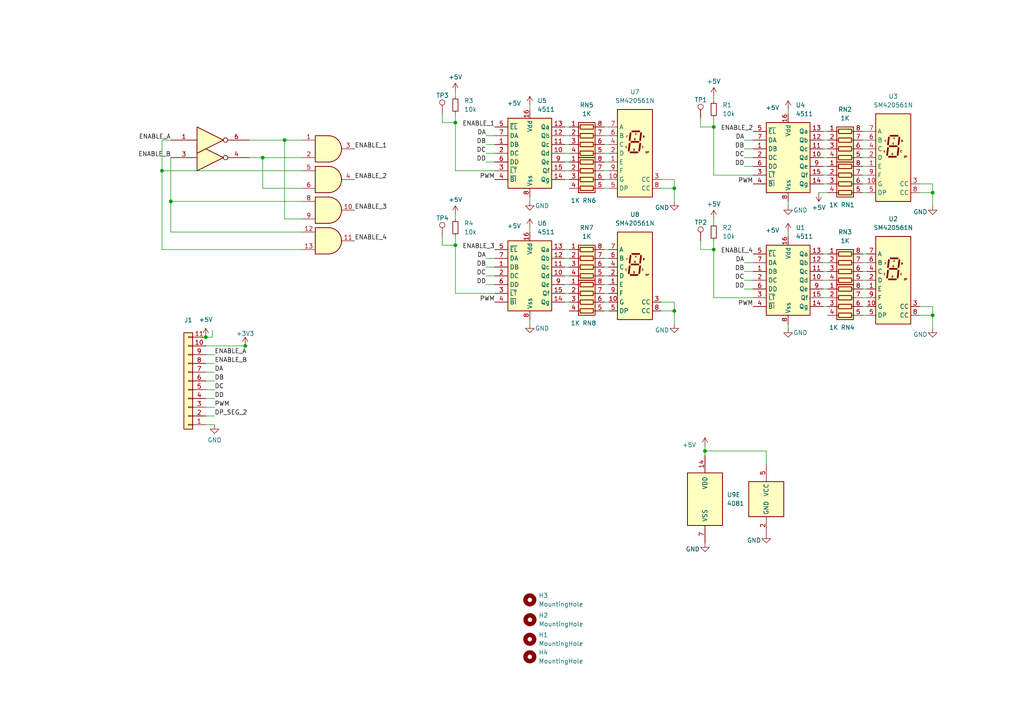
<source format=kicad_sch>
(kicad_sch (version 20231120) (generator "eeschema") (generator_version "7.99")
  (paper "A4")
  (lib_symbols
    (symbol "4xxx:4081" (pin_names (offset 1.016))
      (property "Reference" "U" (at 0 1.27 0))
      (property "Value" "4081" (at 0 -1.27 0))
      (symbol "4081_1_1"
        (arc (start 0 -3.81) (mid 3.7934 0) (end 0 3.81) (stroke (width 0.254)) (fill (type background)))
        (polyline (pts (xy 0 3.81) (xy -3.81 3.81) (xy -3.81 -3.81) (xy 0 -3.81)) (stroke (width 0.254)) (fill (type background)))
        (pin input line (at -7.62 2.54 0) (length 3.81) (name "~") (number "1"))
        (pin input line (at -7.62 -2.54 0) (length 3.81) (name "~") (number "2"))
        (pin output line (at 7.62 0 180) (length 3.81) (name "~") (number "3"))
      )
      (symbol "4081_1_2"
        (arc (start -3.81 -3.81) (mid -2.589 0) (end -3.81 3.81) (stroke (width 0.254)))
        (arc (start -0.6096 -3.81) (mid 2.1842 -2.5851) (end 3.81 0) (stroke (width 0.254)) (fill (type background)))
        (polyline (pts (xy -3.81 -3.81) (xy -0.635 -3.81)) (stroke (width 0.254)) (fill (type background)))
        (polyline (pts (xy -3.81 3.81) (xy -0.635 3.81)) (stroke (width 0.254)) (fill (type background)))
        (polyline (pts (xy -0.635 3.81) (xy -3.81 3.81) (xy -3.81 3.81) (xy -3.556 3.4036) (xy -3.0226 2.2606) (xy -2.6924 1.0414) (xy -2.6162 -0.254) (xy -2.7686 -1.4986) (xy -3.175 -2.7178) (xy -3.81 -3.81) (xy -3.81 -3.81) (xy -0.635 -3.81)) (stroke (width -25.4)) (fill (type background)))
        (arc (start 3.81 0) (mid 2.1915 2.5936) (end -0.6096 3.81) (stroke (width 0.254)) (fill (type background)))
        (pin input inverted (at -7.62 2.54 0) (length 4.318) (name "~") (number "1"))
        (pin input inverted (at -7.62 -2.54 0) (length 4.318) (name "~") (number "2"))
        (pin output inverted (at 7.62 0 180) (length 3.81) (name "~") (number "3"))
      )
      (symbol "4081_2_1"
        (arc (start 0 -3.81) (mid 3.7934 0) (end 0 3.81) (stroke (width 0.254)) (fill (type background)))
        (polyline (pts (xy 0 3.81) (xy -3.81 3.81) (xy -3.81 -3.81) (xy 0 -3.81)) (stroke (width 0.254)) (fill (type background)))
        (pin output line (at 7.62 0 180) (length 3.81) (name "~") (number "4"))
        (pin input line (at -7.62 2.54 0) (length 3.81) (name "~") (number "5"))
        (pin input line (at -7.62 -2.54 0) (length 3.81) (name "~") (number "6"))
      )
      (symbol "4081_2_2"
        (arc (start -3.81 -3.81) (mid -2.589 0) (end -3.81 3.81) (stroke (width 0.254)))
        (arc (start -0.6096 -3.81) (mid 2.1842 -2.5851) (end 3.81 0) (stroke (width 0.254)) (fill (type background)))
        (polyline (pts (xy -3.81 -3.81) (xy -0.635 -3.81)) (stroke (width 0.254)) (fill (type background)))
        (polyline (pts (xy -3.81 3.81) (xy -0.635 3.81)) (stroke (width 0.254)) (fill (type background)))
        (polyline (pts (xy -0.635 3.81) (xy -3.81 3.81) (xy -3.81 3.81) (xy -3.556 3.4036) (xy -3.0226 2.2606) (xy -2.6924 1.0414) (xy -2.6162 -0.254) (xy -2.7686 -1.4986) (xy -3.175 -2.7178) (xy -3.81 -3.81) (xy -3.81 -3.81) (xy -0.635 -3.81)) (stroke (width -25.4)) (fill (type background)))
        (arc (start 3.81 0) (mid 2.1915 2.5936) (end -0.6096 3.81) (stroke (width 0.254)) (fill (type background)))
        (pin output inverted (at 7.62 0 180) (length 3.81) (name "~") (number "4"))
        (pin input inverted (at -7.62 2.54 0) (length 4.318) (name "~") (number "5"))
        (pin input inverted (at -7.62 -2.54 0) (length 4.318) (name "~") (number "6"))
      )
      (symbol "4081_3_1"
        (arc (start 0 -3.81) (mid 3.7934 0) (end 0 3.81) (stroke (width 0.254)) (fill (type background)))
        (polyline (pts (xy 0 3.81) (xy -3.81 3.81) (xy -3.81 -3.81) (xy 0 -3.81)) (stroke (width 0.254)) (fill (type background)))
        (pin output line (at 7.62 0 180) (length 3.81) (name "~") (number "10"))
        (pin input line (at -7.62 2.54 0) (length 3.81) (name "~") (number "8"))
        (pin input line (at -7.62 -2.54 0) (length 3.81) (name "~") (number "9"))
      )
      (symbol "4081_3_2"
        (arc (start -3.81 -3.81) (mid -2.589 0) (end -3.81 3.81) (stroke (width 0.254)))
        (arc (start -0.6096 -3.81) (mid 2.1842 -2.5851) (end 3.81 0) (stroke (width 0.254)) (fill (type background)))
        (polyline (pts (xy -3.81 -3.81) (xy -0.635 -3.81)) (stroke (width 0.254)) (fill (type background)))
        (polyline (pts (xy -3.81 3.81) (xy -0.635 3.81)) (stroke (width 0.254)) (fill (type background)))
        (polyline (pts (xy -0.635 3.81) (xy -3.81 3.81) (xy -3.81 3.81) (xy -3.556 3.4036) (xy -3.0226 2.2606) (xy -2.6924 1.0414) (xy -2.6162 -0.254) (xy -2.7686 -1.4986) (xy -3.175 -2.7178) (xy -3.81 -3.81) (xy -3.81 -3.81) (xy -0.635 -3.81)) (stroke (width -25.4)) (fill (type background)))
        (arc (start 3.81 0) (mid 2.1915 2.5936) (end -0.6096 3.81) (stroke (width 0.254)) (fill (type background)))
        (pin output inverted (at 7.62 0 180) (length 3.81) (name "~") (number "10"))
        (pin input inverted (at -7.62 2.54 0) (length 4.318) (name "~") (number "8"))
        (pin input inverted (at -7.62 -2.54 0) (length 4.318) (name "~") (number "9"))
      )
      (symbol "4081_4_1"
        (arc (start 0 -3.81) (mid 3.7934 0) (end 0 3.81) (stroke (width 0.254)) (fill (type background)))
        (polyline (pts (xy 0 3.81) (xy -3.81 3.81) (xy -3.81 -3.81) (xy 0 -3.81)) (stroke (width 0.254)) (fill (type background)))
        (pin output line (at 7.62 0 180) (length 3.81) (name "~") (number "11"))
        (pin input line (at -7.62 2.54 0) (length 3.81) (name "~") (number "12"))
        (pin input line (at -7.62 -2.54 0) (length 3.81) (name "~") (number "13"))
      )
      (symbol "4081_4_2"
        (arc (start -3.81 -3.81) (mid -2.589 0) (end -3.81 3.81) (stroke (width 0.254)))
        (arc (start -0.6096 -3.81) (mid 2.1842 -2.5851) (end 3.81 0) (stroke (width 0.254)) (fill (type background)))
        (polyline (pts (xy -3.81 -3.81) (xy -0.635 -3.81)) (stroke (width 0.254)) (fill (type background)))
        (polyline (pts (xy -3.81 3.81) (xy -0.635 3.81)) (stroke (width 0.254)) (fill (type background)))
        (polyline (pts (xy -0.635 3.81) (xy -3.81 3.81) (xy -3.81 3.81) (xy -3.556 3.4036) (xy -3.0226 2.2606) (xy -2.6924 1.0414) (xy -2.6162 -0.254) (xy -2.7686 -1.4986) (xy -3.175 -2.7178) (xy -3.81 -3.81) (xy -3.81 -3.81) (xy -0.635 -3.81)) (stroke (width -25.4)) (fill (type background)))
        (arc (start 3.81 0) (mid 2.1915 2.5936) (end -0.6096 3.81) (stroke (width 0.254)) (fill (type background)))
        (pin output inverted (at 7.62 0 180) (length 3.81) (name "~") (number "11"))
        (pin input inverted (at -7.62 2.54 0) (length 4.318) (name "~") (number "12"))
        (pin input inverted (at -7.62 -2.54 0) (length 4.318) (name "~") (number "13"))
      )
      (symbol "4081_5_0"
        (pin power_in line (at 0 12.7 270) (length 5.08) (name "VDD") (number "14"))
        (pin power_in line (at 0 -12.7 90) (length 5.08) (name "VSS") (number "7"))
      )
      (symbol "4081_5_1"
        (rectangle (start -5.08 7.62) (end 5.08 -7.62) (stroke (width 0.254)) (fill (type background)))
      )
    )
    (symbol "4xxx_IEEE:4511"
      (property "Reference" "U" (at 8.89 11.43 0))
      (property "Value" "4511" (at 8.89 -11.43 0))
      (symbol "4511_0_1"
        (rectangle (start -6.35 10.16) (end 6.35 -10.16) (stroke (width 0.254)) (fill (type background)))
      )
      (symbol "4511_1_1"
        (pin input line (at -10.16 2.54 0) (length 3.81) (name "DB") (number "1"))
        (pin output line (at 10.16 0 180) (length 3.81) (name "Qd") (number "10"))
        (pin output line (at 10.16 2.54 180) (length 3.81) (name "Qc") (number "11"))
        (pin output line (at 10.16 5.08 180) (length 3.81) (name "Qb") (number "12"))
        (pin output line (at 10.16 7.62 180) (length 3.81) (name "Qa") (number "13"))
        (pin output line (at 10.16 -7.62 180) (length 3.81) (name "Qg") (number "14"))
        (pin output line (at 10.16 -5.08 180) (length 3.81) (name "Qf") (number "15"))
        (pin power_in line (at 0 12.7 270) (length 2.54) (name "Vdd") (number "16"))
        (pin input line (at -10.16 0 0) (length 3.81) (name "DC") (number "2"))
        (pin input line (at -10.16 -5.08 0) (length 3.81) (name "~{LT}") (number "3"))
        (pin input line (at -10.16 -7.62 0) (length 3.81) (name "~{BI}") (number "4"))
        (pin input line (at -10.16 7.62 0) (length 3.81) (name "~{EL}") (number "5"))
        (pin input line (at -10.16 -2.54 0) (length 3.81) (name "DD") (number "6"))
        (pin input line (at -10.16 5.08 0) (length 3.81) (name "DA") (number "7"))
        (pin power_in line (at 0 -12.7 90) (length 2.54) (name "Vss") (number "8"))
        (pin output line (at 10.16 -2.54 180) (length 3.81) (name "Qe") (number "9"))
      )
    )
    (symbol "74AUC2G04_1"
      (symbol "74AUC2G04_1_1_0"
        (polyline (pts (xy -2.54 3.81) (xy -2.54 -3.81) (xy 5.08 0) (xy -2.54 3.81)) (stroke (width 0.254)) (fill (type background)))
      )
      (symbol "74AUC2G04_1_1_1"
        (pin input line (at -10.16 0 0) (length 7.62) (name "~") (number "1"))
        (pin output inverted (at 12.7 0 180) (length 7.62) (name "~") (number "6"))
      )
      (symbol "74AUC2G04_1_2_0"
        (polyline (pts (xy -2.54 3.81) (xy -2.54 -3.81) (xy 5.08 0) (xy -2.54 3.81)) (stroke (width 0.254)) (fill (type background)))
      )
      (symbol "74AUC2G04_1_2_1"
        (pin input line (at -10.16 0 0) (length 7.62) (name "~") (number "3"))
        (pin output inverted (at 12.7 0 180) (length 7.62) (name "~") (number "4"))
      )
      (symbol "74AUC2G04_1_3_0"
        (rectangle (start -5.08 -5.08) (end 5.08 5.08) (stroke (width 0.254)) (fill (type background)))
      )
      (symbol "74AUC2G04_1_3_1"
        (pin power_in line (at 0 -10.16 90) (length 5.08) (name "GND") (number "2"))
        (pin power_in line (at 0 10.16 270) (length 5.08) (name "VCC") (number "5"))
      )
    )
    (symbol "74AUC2G04_2"
      (symbol "74AUC2G04_2_1_0"
        (polyline (pts (xy -2.54 3.81) (xy -2.54 -3.81) (xy 5.08 0) (xy -2.54 3.81)) (stroke (width 0.254)) (fill (type background)))
      )
      (symbol "74AUC2G04_2_1_1"
        (pin input line (at -10.16 0 0) (length 7.62) (name "~") (number "1"))
        (pin output inverted (at 12.7 0 180) (length 7.62) (name "~") (number "6"))
      )
      (symbol "74AUC2G04_2_2_0"
        (polyline (pts (xy -2.54 3.81) (xy -2.54 -3.81) (xy 5.08 0) (xy -2.54 3.81)) (stroke (width 0.254)) (fill (type background)))
      )
      (symbol "74AUC2G04_2_2_1"
        (pin input line (at -10.16 0 0) (length 7.62) (name "~") (number "3"))
        (pin output inverted (at 12.7 0 180) (length 7.62) (name "~") (number "4"))
      )
      (symbol "74AUC2G04_2_3_0"
        (rectangle (start -5.08 -5.08) (end 5.08 5.08) (stroke (width 0.254)) (fill (type background)))
      )
      (symbol "74AUC2G04_2_3_1"
        (pin power_in line (at 0 -10.16 90) (length 5.08) (name "GND") (number "2"))
        (pin power_in line (at 0 10.16 270) (length 5.08) (name "VCC") (number "5"))
      )
    )
    (symbol "74xGxx:74AUC2G04"
      (symbol "74AUC2G04_1_0"
        (polyline (pts (xy -2.54 3.81) (xy -2.54 -3.81) (xy 5.08 0) (xy -2.54 3.81)) (stroke (width 0.254)) (fill (type background)))
      )
      (symbol "74AUC2G04_1_1"
        (pin input line (at -10.16 0 0) (length 7.62) (name "~") (number "1"))
        (pin output inverted (at 12.7 0 180) (length 7.62) (name "~") (number "6"))
      )
      (symbol "74AUC2G04_2_0"
        (polyline (pts (xy -2.54 3.81) (xy -2.54 -3.81) (xy 5.08 0) (xy -2.54 3.81)) (stroke (width 0.254)) (fill (type background)))
      )
      (symbol "74AUC2G04_2_1"
        (pin input line (at -10.16 0 0) (length 7.62) (name "~") (number "3"))
        (pin output inverted (at 12.7 0 180) (length 7.62) (name "~") (number "4"))
      )
      (symbol "74AUC2G04_3_0"
        (rectangle (start -5.08 -5.08) (end 5.08 5.08) (stroke (width 0.254)) (fill (type background)))
      )
      (symbol "74AUC2G04_3_1"
        (pin power_in line (at 0 -10.16 90) (length 5.08) (name "GND") (number "2"))
        (pin power_in line (at 0 10.16 270) (length 5.08) (name "VCC") (number "5"))
      )
    )
    (symbol "Connector:TestPoint" (pin_numbers hide) (pin_names (offset 0.762) hide)
      (property "Reference" "TP" (at 0 6.858 0))
      (property "Value" "TestPoint" (at 0 5.08 0))
      (symbol "TestPoint_0_1"
        (circle (center 0 3.302) (radius 0.762))
      )
      (symbol "TestPoint_1_1"
        (pin passive line (at 0 0 90) (length 2.54) (name "1") (number "1"))
      )
    )
    (symbol "Connector_Generic:Conn_01x11" (pin_names (offset 1.016) hide)
      (property "Reference" "J" (at 0 15.24 0))
      (property "Value" "Conn_01x11" (at 0 -15.24 0))
      (symbol "Conn_01x11_1_1"
        (rectangle (start -1.27 -12.573) (end 0 -12.827) (stroke (width 0.1524)))
        (rectangle (start -1.27 -10.033) (end 0 -10.287) (stroke (width 0.1524)))
        (rectangle (start -1.27 -7.493) (end 0 -7.747) (stroke (width 0.1524)))
        (rectangle (start -1.27 -4.953) (end 0 -5.207) (stroke (width 0.1524)))
        (rectangle (start -1.27 -2.413) (end 0 -2.667) (stroke (width 0.1524)))
        (rectangle (start -1.27 0.127) (end 0 -0.127) (stroke (width 0.1524)))
        (rectangle (start -1.27 2.667) (end 0 2.413) (stroke (width 0.1524)))
        (rectangle (start -1.27 5.207) (end 0 4.953) (stroke (width 0.1524)))
        (rectangle (start -1.27 7.747) (end 0 7.493) (stroke (width 0.1524)))
        (rectangle (start -1.27 10.287) (end 0 10.033) (stroke (width 0.1524)))
        (rectangle (start -1.27 12.827) (end 0 12.573) (stroke (width 0.1524)))
        (rectangle (start -1.27 13.97) (end 1.27 -13.97) (stroke (width 0.254)) (fill (type background)))
        (pin passive line (at -5.08 12.7 0) (length 3.81) (name "Pin_1") (number "1"))
        (pin passive line (at -5.08 -10.16 0) (length 3.81) (name "Pin_10") (number "10"))
        (pin passive line (at -5.08 -12.7 0) (length 3.81) (name "Pin_11") (number "11"))
        (pin passive line (at -5.08 10.16 0) (length 3.81) (name "Pin_2") (number "2"))
        (pin passive line (at -5.08 7.62 0) (length 3.81) (name "Pin_3") (number "3"))
        (pin passive line (at -5.08 5.08 0) (length 3.81) (name "Pin_4") (number "4"))
        (pin passive line (at -5.08 2.54 0) (length 3.81) (name "Pin_5") (number "5"))
        (pin passive line (at -5.08 0 0) (length 3.81) (name "Pin_6") (number "6"))
        (pin passive line (at -5.08 -2.54 0) (length 3.81) (name "Pin_7") (number "7"))
        (pin passive line (at -5.08 -5.08 0) (length 3.81) (name "Pin_8") (number "8"))
        (pin passive line (at -5.08 -7.62 0) (length 3.81) (name "Pin_9") (number "9"))
      )
    )
    (symbol "Device:R_Pack04" (pin_names (offset 0) hide)
      (property "Reference" "RN" (at -7.62 0 90))
      (property "Value" "R_Pack04" (at 5.08 0 90))
      (symbol "R_Pack04_0_1"
        (rectangle (start -6.35 -2.413) (end 3.81 2.413) (stroke (width 0.254)) (fill (type background)))
        (rectangle (start -5.715 1.905) (end -4.445 -1.905) (stroke (width 0.254)))
        (rectangle (start -3.175 1.905) (end -1.905 -1.905) (stroke (width 0.254)))
        (rectangle (start -0.635 1.905) (end 0.635 -1.905) (stroke (width 0.254)))
        (polyline (pts (xy -5.08 -2.54) (xy -5.08 -1.905)))
        (polyline (pts (xy -5.08 1.905) (xy -5.08 2.54)))
        (polyline (pts (xy -2.54 -2.54) (xy -2.54 -1.905)))
        (polyline (pts (xy -2.54 1.905) (xy -2.54 2.54)))
        (polyline (pts (xy 0 -2.54) (xy 0 -1.905)))
        (polyline (pts (xy 0 1.905) (xy 0 2.54)))
        (polyline (pts (xy 2.54 -2.54) (xy 2.54 -1.905)))
        (polyline (pts (xy 2.54 1.905) (xy 2.54 2.54)))
        (rectangle (start 1.905 1.905) (end 3.175 -1.905) (stroke (width 0.254)))
      )
      (symbol "R_Pack04_1_1"
        (pin passive line (at -5.08 -5.08 90) (length 2.54) (name "R1.1") (number "1"))
        (pin passive line (at -2.54 -5.08 90) (length 2.54) (name "R2.1") (number "2"))
        (pin passive line (at 0 -5.08 90) (length 2.54) (name "R3.1") (number "3"))
        (pin passive line (at 2.54 -5.08 90) (length 2.54) (name "R4.1") (number "4"))
        (pin passive line (at 2.54 5.08 270) (length 2.54) (name "R4.2") (number "5"))
        (pin passive line (at 0 5.08 270) (length 2.54) (name "R3.2") (number "6"))
        (pin passive line (at -2.54 5.08 270) (length 2.54) (name "R2.2") (number "7"))
        (pin passive line (at -5.08 5.08 270) (length 2.54) (name "R1.2") (number "8"))
      )
    )
    (symbol "Device:R_Small" (pin_numbers hide) (pin_names (offset 0.254) hide)
      (property "Reference" "R" (at 0.762 0.508 0))
      (property "Value" "R_Small" (at 0.762 -1.016 0))
      (symbol "R_Small_0_1"
        (rectangle (start -0.762 1.778) (end 0.762 -1.778) (stroke (width 0.2032)))
      )
      (symbol "R_Small_1_1"
        (pin passive line (at 0 2.54 270) (length 0.762) (name "~") (number "1"))
        (pin passive line (at 0 -2.54 90) (length 0.762) (name "~") (number "2"))
      )
    )
    (symbol "Display_Character:SM420561N"
      (property "Reference" "U" (at -2.54 13.97 0))
      (property "Value" "SM420561N" (at 1.27 13.97 0))
      (symbol "SM420561N_0_0"
        (text "A" (at 0.254 5.588 0) (effects (font (size 0.508 0.508))))
        (text "B" (at 2.54 4.826 0) (effects (font (size 0.508 0.508))))
        (text "C" (at 2.286 1.778 0) (effects (font (size 0.508 0.508))))
        (text "D" (at -0.254 1.016 0) (effects (font (size 0.508 0.508))))
        (text "DP" (at 3.556 0.254 0) (effects (font (size 0.508 0.508))))
        (text "E" (at -2.54 1.778 0) (effects (font (size 0.508 0.508))))
        (text "F" (at -2.286 4.826 0) (effects (font (size 0.508 0.508))))
        (text "G" (at 0 4.064 0) (effects (font (size 0.508 0.508))))
      )
      (symbol "SM420561N_0_1"
        (rectangle (start -5.08 12.7) (end 5.08 -12.7) (stroke (width 0.254)) (fill (type background)))
        (polyline (pts (xy -1.524 2.794) (xy -1.778 0.762)) (stroke (width 0.508)))
        (polyline (pts (xy -1.27 0.254) (xy 0.762 0.254)) (stroke (width 0.508)))
        (polyline (pts (xy -1.27 5.842) (xy -1.524 3.81)) (stroke (width 0.508)))
        (polyline (pts (xy -1.016 3.302) (xy 1.016 3.302)) (stroke (width 0.508)))
        (polyline (pts (xy -0.762 6.35) (xy 1.27 6.35)) (stroke (width 0.508)))
        (polyline (pts (xy 1.524 2.794) (xy 1.27 0.762)) (stroke (width 0.508)))
        (polyline (pts (xy 1.778 5.842) (xy 1.524 3.81)) (stroke (width 0.508)))
        (polyline (pts (xy 2.54 0.254) (xy 2.54 0.254)) (stroke (width 0.508)))
      )
      (symbol "SM420561N_1_1"
        (pin input line (at -7.62 -2.54 0) (length 2.54) (name "E") (number "1"))
        (pin input line (at -7.62 -7.62 0) (length 2.54) (name "G") (number "10"))
        (pin input line (at -7.62 0 0) (length 2.54) (name "D") (number "2"))
        (pin input line (at 7.62 -7.62 180) (length 2.54) (name "CC") (number "3"))
        (pin input line (at -7.62 2.54 0) (length 2.54) (name "C") (number "4"))
        (pin input line (at -7.62 -10.16 0) (length 2.54) (name "DP") (number "5"))
        (pin input line (at -7.62 5.08 0) (length 2.54) (name "B") (number "6"))
        (pin input line (at -7.62 7.62 0) (length 2.54) (name "A") (number "7"))
        (pin input line (at 7.62 -10.16 180) (length 2.54) (name "CC") (number "8"))
        (pin input line (at -7.62 -5.08 0) (length 2.54) (name "F") (number "9"))
      )
    )
    (symbol "Mechanical:MountingHole" (pin_names (offset 1.016))
      (property "Reference" "H" (at 0 5.08 0))
      (property "Value" "MountingHole" (at 0 3.175 0))
      (symbol "MountingHole_0_1"
        (circle (center 0 0) (radius 1.27) (stroke (width 1.27)))
      )
    )
    (symbol "power:+3V3" (power) (pin_names (offset 0))
      (property "Value" "+3V3" (at 0 3.556 0))
      (symbol "+3V3_0_1"
        (polyline (pts (xy -0.762 1.27) (xy 0 2.54)))
        (polyline (pts (xy 0 0) (xy 0 2.54)))
        (polyline (pts (xy 0 2.54) (xy 0.762 1.27)))
      )
      (symbol "+3V3_1_1"
        (pin power_in line (at 0 0 90) (length 0) hide (name "+3V3") (number "1"))
      )
    )
    (symbol "power:+5V" (power) (pin_names (offset 0))
      (property "Value" "+5V" (at 0 3.556 0))
      (symbol "+5V_0_1"
        (polyline (pts (xy -0.762 1.27) (xy 0 2.54)))
        (polyline (pts (xy 0 0) (xy 0 2.54)))
        (polyline (pts (xy 0 2.54) (xy 0.762 1.27)))
      )
      (symbol "+5V_1_1"
        (pin power_in line (at 0 0 90) (length 0) hide (name "+5V") (number "1"))
      )
    )
    (symbol "power:GND" (power) (pin_names (offset 0))
      (property "Value" "GND" (at 0 -3.81 0))
      (symbol "GND_0_1"
        (polyline (pts (xy 0 0) (xy 0 -1.27) (xy 1.27 -1.27) (xy 0 -2.54) (xy -1.27 -1.27) (xy 0 -1.27)))
      )
      (symbol "GND_1_1"
        (pin power_in line (at 0 0 270) (length 0) hide (name "GND") (number "1"))
      )
    )
  )
  (junction (at 132.08 35.56))
  (junction (at 195.58 54.61))
  (junction (at 195.58 90.17))
  (junction (at 59.69 97.79))
  (junction (at 207.01 36.83))
  (junction (at 71.12 100.33))
  (junction (at 46.99 49.53))
  (junction (at 207.01 72.39))
  (junction (at 49.53 58.42))
  (junction (at 270.51 91.44))
  (junction (at 270.51 55.88))
  (junction (at 76.2 45.72))
  (junction (at 82.55 40.64))
  (junction (at 132.08 71.12))
  (junction (at 204.47 130.81))
  (wire (pts (xy 72.39 45.72) (xy 76.2 45.72)))
  (wire (pts (xy 228.6 67.31) (xy 228.6 68.58)))
  (wire (pts (xy 237.49 55.88) (xy 240.03 55.88)))
  (wire (pts (xy 251.46 45.72) (xy 250.19 45.72)))
  (wire (pts (xy 46.99 72.39) (xy 46.99 49.53)))
  (wire (pts (xy 87.63 58.42) (xy 49.53 58.42)))
  (wire (pts (xy 228.6 58.42) (xy 228.6 59.69)))
  (wire (pts (xy 176.53 46.99) (xy 175.26 46.99)))
  (wire (pts (xy 176.53 72.39) (xy 175.26 72.39)))
  (wire (pts (xy 195.58 87.63) (xy 191.77 87.63)))
  (wire (pts (xy 270.51 88.9) (xy 266.7 88.9)))
  (wire (pts (xy 207.01 86.36) (xy 207.01 72.39)))
  (wire (pts (xy 87.63 72.39) (xy 46.99 72.39)))
  (wire (pts (xy 140.97 41.91) (xy 143.51 41.91)))
  (wire (pts (xy 76.2 45.72) (xy 87.63 45.72)))
  (wire (pts (xy 238.76 38.1) (xy 240.03 38.1)))
  (wire (pts (xy 163.83 80.01) (xy 165.1 80.01)))
  (wire (pts (xy 132.08 35.56) (xy 132.08 33.02)))
  (wire (pts (xy 163.83 41.91) (xy 165.1 41.91)))
  (wire (pts (xy 59.69 115.57) (xy 62.23 115.57)))
  (wire (pts (xy 207.01 27.94) (xy 207.01 29.21)))
  (wire (pts (xy 250.19 91.44) (xy 251.46 91.44)))
  (wire (pts (xy 218.44 50.8) (xy 207.01 50.8)))
  (wire (pts (xy 128.27 33.02) (xy 128.27 35.56)))
  (wire (pts (xy 163.83 44.45) (xy 165.1 44.45)))
  (wire (pts (xy 251.46 78.74) (xy 250.19 78.74)))
  (wire (pts (xy 207.01 72.39) (xy 207.01 69.85)))
  (wire (pts (xy 238.76 73.66) (xy 240.03 73.66)))
  (wire (pts (xy 59.69 123.19) (xy 62.23 123.19)))
  (wire (pts (xy 215.9 81.28) (xy 218.44 81.28)))
  (wire (pts (xy 238.76 43.18) (xy 240.03 43.18)))
  (wire (pts (xy 175.26 54.61) (xy 176.53 54.61)))
  (wire (pts (xy 203.2 36.83) (xy 207.01 36.83)))
  (wire (pts (xy 163.83 74.93) (xy 165.1 74.93)))
  (wire (pts (xy 222.25 130.81) (xy 204.47 130.81)))
  (wire (pts (xy 215.9 40.64) (xy 218.44 40.64)))
  (wire (pts (xy 59.69 105.41) (xy 62.23 105.41)))
  (wire (pts (xy 176.53 82.55) (xy 175.26 82.55)))
  (wire (pts (xy 87.63 54.61) (xy 76.2 54.61)))
  (wire (pts (xy 163.83 77.47) (xy 165.1 77.47)))
  (wire (pts (xy 266.7 91.44) (xy 270.51 91.44)))
  (wire (pts (xy 228.6 93.98) (xy 228.6 95.25)))
  (wire (pts (xy 251.46 48.26) (xy 250.19 48.26)))
  (wire (pts (xy 195.58 52.07) (xy 191.77 52.07)))
  (wire (pts (xy 82.55 40.64) (xy 87.63 40.64)))
  (wire (pts (xy 176.53 80.01) (xy 175.26 80.01)))
  (wire (pts (xy 175.26 90.17) (xy 176.53 90.17)))
  (wire (pts (xy 195.58 93.98) (xy 195.58 90.17)))
  (wire (pts (xy 222.25 134.62) (xy 222.25 130.81)))
  (wire (pts (xy 176.53 77.47) (xy 175.26 77.47)))
  (wire (pts (xy 203.2 34.29) (xy 203.2 36.83)))
  (wire (pts (xy 176.53 52.07) (xy 175.26 52.07)))
  (wire (pts (xy 251.46 73.66) (xy 250.19 73.66)))
  (wire (pts (xy 251.46 88.9) (xy 250.19 88.9)))
  (wire (pts (xy 132.08 71.12) (xy 132.08 68.58)))
  (wire (pts (xy 128.27 68.58) (xy 128.27 71.12)))
  (wire (pts (xy 238.76 83.82) (xy 240.03 83.82)))
  (wire (pts (xy 238.76 88.9) (xy 240.03 88.9)))
  (wire (pts (xy 204.47 130.81) (xy 204.47 132.08)))
  (wire (pts (xy 140.97 82.55) (xy 143.51 82.55)))
  (wire (pts (xy 270.51 91.44) (xy 270.51 88.9)))
  (wire (pts (xy 238.76 40.64) (xy 240.03 40.64)))
  (wire (pts (xy 251.46 86.36) (xy 250.19 86.36)))
  (wire (pts (xy 140.97 46.99) (xy 143.51 46.99)))
  (wire (pts (xy 132.08 26.67) (xy 132.08 27.94)))
  (wire (pts (xy 62.23 120.65) (xy 59.69 120.65)))
  (wire (pts (xy 176.53 49.53) (xy 175.26 49.53)))
  (wire (pts (xy 270.51 55.88) (xy 270.51 53.34)))
  (wire (pts (xy 176.53 39.37) (xy 175.26 39.37)))
  (wire (pts (xy 49.53 58.42) (xy 49.53 45.72)))
  (wire (pts (xy 228.6 31.75) (xy 228.6 33.02)))
  (wire (pts (xy 140.97 74.93) (xy 143.51 74.93)))
  (wire (pts (xy 163.83 39.37) (xy 165.1 39.37)))
  (wire (pts (xy 215.9 45.72) (xy 218.44 45.72)))
  (wire (pts (xy 215.9 48.26) (xy 218.44 48.26)))
  (wire (pts (xy 163.83 82.55) (xy 165.1 82.55)))
  (wire (pts (xy 176.53 74.93) (xy 175.26 74.93)))
  (wire (pts (xy 61.595 97.79) (xy 61.595 95.885)))
  (wire (pts (xy 195.58 54.61) (xy 195.58 52.07)))
  (wire (pts (xy 59.69 100.33) (xy 71.12 100.33)))
  (wire (pts (xy 128.27 35.56) (xy 132.08 35.56)))
  (wire (pts (xy 270.51 53.34) (xy 266.7 53.34)))
  (wire (pts (xy 176.53 41.91) (xy 175.26 41.91)))
  (wire (pts (xy 176.53 87.63) (xy 175.26 87.63)))
  (wire (pts (xy 163.83 85.09) (xy 165.1 85.09)))
  (wire (pts (xy 191.77 54.61) (xy 195.58 54.61)))
  (wire (pts (xy 140.97 77.47) (xy 143.51 77.47)))
  (wire (pts (xy 140.97 39.37) (xy 143.51 39.37)))
  (wire (pts (xy 153.67 92.71) (xy 153.67 93.98)))
  (wire (pts (xy 251.46 53.34) (xy 250.19 53.34)))
  (wire (pts (xy 207.01 63.5) (xy 207.01 64.77)))
  (wire (pts (xy 87.63 67.31) (xy 49.53 67.31)))
  (wire (pts (xy 132.08 85.09) (xy 132.08 71.12)))
  (wire (pts (xy 46.99 49.53) (xy 46.99 40.64)))
  (wire (pts (xy 191.77 90.17) (xy 195.58 90.17)))
  (wire (pts (xy 46.99 40.64) (xy 49.53 40.64)))
  (wire (pts (xy 163.83 72.39) (xy 165.1 72.39)))
  (wire (pts (xy 72.39 40.64) (xy 82.55 40.64)))
  (wire (pts (xy 132.08 62.23) (xy 132.08 63.5)))
  (wire (pts (xy 238.76 50.8) (xy 240.03 50.8)))
  (wire (pts (xy 143.51 49.53) (xy 132.08 49.53)))
  (wire (pts (xy 215.9 43.18) (xy 218.44 43.18)))
  (wire (pts (xy 140.97 80.01) (xy 143.51 80.01)))
  (wire (pts (xy 195.58 90.17) (xy 195.58 87.63)))
  (wire (pts (xy 153.67 57.15) (xy 153.67 58.42)))
  (wire (pts (xy 176.53 44.45) (xy 175.26 44.45)))
  (wire (pts (xy 238.76 76.2) (xy 240.03 76.2)))
  (wire (pts (xy 76.2 54.61) (xy 76.2 45.72)))
  (wire (pts (xy 87.63 49.53) (xy 46.99 49.53)))
  (wire (pts (xy 215.9 83.82) (xy 218.44 83.82)))
  (wire (pts (xy 153.67 30.48) (xy 153.67 31.75)))
  (wire (pts (xy 207.01 36.83) (xy 207.01 34.29)))
  (wire (pts (xy 203.2 72.39) (xy 207.01 72.39)))
  (wire (pts (xy 163.83 52.07) (xy 165.1 52.07)))
  (wire (pts (xy 82.55 63.5) (xy 82.55 40.64)))
  (wire (pts (xy 251.46 81.28) (xy 250.19 81.28)))
  (wire (pts (xy 238.76 81.28) (xy 240.03 81.28)))
  (wire (pts (xy 251.46 50.8) (xy 250.19 50.8)))
  (wire (pts (xy 250.19 55.88) (xy 251.46 55.88)))
  (wire (pts (xy 59.69 113.03) (xy 62.23 113.03)))
  (wire (pts (xy 204.47 129.54) (xy 204.47 130.81)))
  (wire (pts (xy 59.69 107.95) (xy 62.23 107.95)))
  (wire (pts (xy 87.63 63.5) (xy 82.55 63.5)))
  (wire (pts (xy 176.53 36.83) (xy 175.26 36.83)))
  (wire (pts (xy 207.01 50.8) (xy 207.01 36.83)))
  (wire (pts (xy 251.46 40.64) (xy 250.19 40.64)))
  (wire (pts (xy 270.51 59.69) (xy 270.51 55.88)))
  (wire (pts (xy 49.53 67.31) (xy 49.53 58.42)))
  (wire (pts (xy 140.97 44.45) (xy 143.51 44.45)))
  (wire (pts (xy 128.27 71.12) (xy 132.08 71.12)))
  (wire (pts (xy 218.44 86.36) (xy 207.01 86.36)))
  (wire (pts (xy 59.69 110.49) (xy 62.23 110.49)))
  (wire (pts (xy 163.83 87.63) (xy 165.1 87.63)))
  (wire (pts (xy 215.9 78.74) (xy 218.44 78.74)))
  (wire (pts (xy 163.83 46.99) (xy 165.1 46.99)))
  (wire (pts (xy 266.7 55.88) (xy 270.51 55.88)))
  (wire (pts (xy 59.69 102.87) (xy 62.23 102.87)))
  (wire (pts (xy 163.83 36.83) (xy 165.1 36.83)))
  (wire (pts (xy 203.2 69.85) (xy 203.2 72.39)))
  (wire (pts (xy 132.08 49.53) (xy 132.08 35.56)))
  (wire (pts (xy 251.46 76.2) (xy 250.19 76.2)))
  (wire (pts (xy 215.9 76.2) (xy 218.44 76.2)))
  (wire (pts (xy 238.76 86.36) (xy 240.03 86.36)))
  (wire (pts (xy 238.76 48.26) (xy 240.03 48.26)))
  (wire (pts (xy 163.83 49.53) (xy 165.1 49.53)))
  (wire (pts (xy 238.76 78.74) (xy 240.03 78.74)))
  (wire (pts (xy 143.51 85.09) (xy 132.08 85.09)))
  (wire (pts (xy 195.58 58.42) (xy 195.58 54.61)))
  (wire (pts (xy 270.51 95.25) (xy 270.51 91.44)))
  (wire (pts (xy 153.67 66.04) (xy 153.67 67.31)))
  (wire (pts (xy 238.76 53.34) (xy 240.03 53.34)))
  (wire (pts (xy 59.69 97.79) (xy 61.595 97.79)))
  (wire (pts (xy 251.46 38.1) (xy 250.19 38.1)))
  (wire (pts (xy 238.76 45.72) (xy 240.03 45.72)))
  (wire (pts (xy 251.46 83.82) (xy 250.19 83.82)))
  (wire (pts (xy 62.23 118.11) (xy 59.69 118.11)))
  (wire (pts (xy 176.53 85.09) (xy 175.26 85.09)))
  (wire (pts (xy 251.46 43.18) (xy 250.19 43.18)))
  (wire (pts (xy 71.12 100.33) (xy 71.755 100.33)))
  (label "ENABLE_3" (at 143.51 72.39 180))
  (label "DP_SEG_2" (at 62.23 120.65 0))
  (label "DC" (at 140.97 44.45 180))
  (label "DB" (at 62.23 110.49 0))
  (label "ENABLE_3" (at 102.87 60.96 0))
  (label "ENABLE_B" (at 49.53 45.72 180))
  (label "ENABLE_2" (at 218.44 38.1 180))
  (label "PWM" (at 218.44 53.34 180))
  (label "ENABLE_A" (at 49.53 40.64 180))
  (label "DD" (at 215.9 83.82 180))
  (label "DD" (at 62.23 115.57 0))
  (label "ENABLE_4" (at 218.44 73.66 180))
  (label "DC" (at 140.97 80.01 180))
  (label "DA" (at 62.23 107.95 0))
  (label "ENABLE_4" (at 102.87 69.85 0))
  (label "ENABLE_2" (at 102.87 52.07 0))
  (label "PWM" (at 143.51 52.07 180))
  (label "DA" (at 215.9 40.64 180))
  (label "DB" (at 215.9 78.74 180))
  (label "ENABLE_1" (at 143.51 36.83 180))
  (label "ENABLE_B" (at 62.23 105.41 0))
  (label "DB" (at 140.97 41.91 180))
  (label "DC" (at 215.9 45.72 180))
  (label "DA" (at 215.9 76.2 180))
  (label "ENABLE_A" (at 62.23 102.87 0))
  (label "PWM" (at 62.23 118.11 0))
  (label "DB" (at 215.9 43.18 180))
  (label "DB" (at 140.97 77.47 180))
  (label "DC" (at 62.23 113.03 0))
  (label "DA" (at 140.97 74.93 180))
  (label "PWM" (at 218.44 88.9 180))
  (label "DA" (at 140.97 39.37 180))
  (label "PWM" (at 143.51 87.63 180))
  (label "DC" (at 215.9 81.28 180))
  (label "DD" (at 215.9 48.26 180))
  (label "DD" (at 140.97 46.99 180))
  (label "ENABLE_1" (at 102.87 43.18 0))
  (label "DD" (at 140.97 82.55 180))
  (symbol (lib_id "power:+3V3") (at 71.12 100.33 0) (unit 1)
    (property "Reference" "#PWR03" (effects (hide yes)))
    (property "Value" "+3V3" (at 71.12 96.7542 0))
  )
  (symbol (lib_id "Device:R_Small") (at 132.08 30.48 0) (unit 1)
    (property "Reference" "R3" (at 134.62 29.2099 0) (effects (justify left)))
    (property "Value" "10k" (at 134.62 31.7499 0) (effects (justify left)))
    (property "Footprint" "Resistor_SMD:R_0603_1608Metric" (effects (hide yes)))
    (property "Description" "Resistor, small symbol" (effects (hide yes)))
  )
  (symbol (lib_id "power:+5V") (at 153.67 30.48 0) (unit 1)
    (property "Reference" "#PWR014" (effects (hide yes)))
    (property "Value" "+5V" (at 149.098 29.972 0))
  )
  (symbol (lib_id "power:+5V") (at 207.01 63.5 0) (unit 1)
    (property "Reference" "#PWR08" (effects (hide yes)))
    (property "Value" "+5V" (at 207.01 59.182 0))
  )
  (symbol (lib_id "4xxx_IEEE:4511") (at 228.6 45.72 0) (unit 1)
    (property "Reference" "U4" (at 230.7941 30.48 0) (effects (justify left)))
    (property "Value" "4511" (at 230.7941 33.02 0) (effects (justify left)))
    (property "Footprint" "Package_SO:SOP-16_4.55x10.3mm_P1.27mm" (effects (hide yes)))
    (property "LCSC" "C5145431" (effects (hide yes)))
  )
  (symbol (lib_id "Mechanical:MountingHole") (at 153.67 190.5 0) (unit 1)
    (property "Reference" "H4" (at 156.21 189.2299 0) (effects (justify left)))
    (property "Value" "MountingHole" (at 156.21 191.7699 0) (effects (justify left)))
    (property "Footprint" "MountingHole:MountingHole_3.2mm_M3_Pad_Via" (effects (hide yes)))
    (property "Description" "Mounting Hole without connection" (effects (hide yes)))
  )
  (symbol (lib_id "power:+5V") (at 237.49 55.88 180) (unit 1)
    (property "Reference" "#PWR023" (effects (hide yes)))
    (property "Value" "+5V" (at 237.49 60.198 0))
  )
  (symbol (lib_id "Connector:TestPoint") (at 128.27 68.58 0) (unit 1)
    (property "Reference" "TP4" (at 126.492 63.246 0) (effects (justify left)))
    (property "Value" "TestPoint" (effects (hide yes)))
    (property "Footprint" "TestPoint:TestPoint_Pad_1.0x1.0mm" (effects (hide yes)))
    (property "Description" "test point" (effects (hide yes)))
  )
  (symbol (lib_id "4xxx:4081") (at 95.25 43.18 0) (unit 1)
    (property "Reference" "U9" (effects (hide yes)))
    (property "Value" "4081" (effects (hide yes)))
    (property "Datasheet" "http://www.intersil.com/content/dam/Intersil/documents/cd40/cd4073bms-81bms-82bms.pdf" (effects (hide yes)))
    (property "Description" "Quad And 2 inputs" (effects (hide yes)))
    (property "LCSC" "C7464711" (effects (hide yes)))
  )
  (symbol (lib_id "Connector:TestPoint") (at 128.27 33.02 0) (unit 1)
    (property "Reference" "TP3" (at 126.492 27.686 0) (effects (justify left)))
    (property "Value" "TestPoint" (effects (hide yes)))
    (property "Footprint" "TestPoint:TestPoint_Pad_1.0x1.0mm" (effects (hide yes)))
    (property "Description" "test point" (effects (hide yes)))
  )
  (symbol (lib_id "power:GND") (at 270.51 59.69 0) (unit 1)
    (property "Reference" "#PWR04" (effects (hide yes)))
    (property "Value" "GND" (at 266.954 61.468 0))
  )
  (symbol (lib_id "Connector:TestPoint") (at 203.2 69.85 0) (unit 1)
    (property "Reference" "TP2" (at 201.422 64.516 0) (effects (justify left)))
    (property "Value" "TestPoint" (effects (hide yes)))
    (property "Footprint" "TestPoint:TestPoint_Pad_1.0x1.0mm" (effects (hide yes)))
    (property "Description" "test point" (effects (hide yes)))
  )
  (symbol (lib_id "power:+5V") (at 132.08 62.23 0) (unit 1)
    (property "Reference" "#PWR013" (effects (hide yes)))
    (property "Value" "+5V" (at 132.08 57.912 0))
  )
  (symbol (lib_id "4xxx_IEEE:4511") (at 153.67 80.01 0) (unit 1)
    (property "Reference" "U6" (at 155.8641 64.77 0) (effects (justify left)))
    (property "Value" "4511" (at 155.8641 67.31 0) (effects (justify left)))
    (property "Footprint" "Package_SO:SOP-16_4.55x10.3mm_P1.27mm" (effects (hide yes)))
    (property "LCSC" "C5145431" (effects (hide yes)))
  )
  (symbol (lib_id "Connector_Generic:Conn_01x11") (at 54.61 110.49 180) (unit 1)
    (property "Reference" "J1" (at 54.61 92.8202 0))
    (property "Value" "Conn_01x10" (effects (hide yes)))
    (property "Footprint" "Connector_PinSocket_2.00mm:PinSocket_1x11_P2.00mm_Vertical" (effects (hide yes)))
  )
  (symbol (lib_id "Display_Character:SM420561N") (at 184.15 44.45 0) (unit 1)
    (property "Reference" "U7" (at 184.15 26.67 0))
    (property "Value" "SM420561N" (at 184.15 29.21 0))
    (property "Footprint" "Display_7Segment:SA15-11xxx" (effects (hide yes)))
    (property "Datasheet" "https://datasheet.lcsc.com/szlcsc/Wuxi-ARK-Tech-Elec-SM420561N_C141367.pdf" (effects (hide yes)))
    (property "Description" "One digit 7 segment blue LED, common cathode" (effects (hide yes)))
  )
  (symbol (lib_id "Device:R_Pack04") (at 245.11 88.9 270) (unit 1)
    (property "Reference" "RN4" (at 245.872 94.996 90))
    (property "Value" "1K" (at 241.808 94.996 90))
    (property "Footprint" "Resistor_SMD:R_Array_Convex_4x0603" (effects (hide yes)))
    (property "Description" "4 resistor network, parallel topology" (effects (hide yes)))
    (property "LCSC" "C160614" (effects (hide yes)))
  )
  (symbol (lib_id "power:+5V") (at 207.01 27.94 0) (unit 1)
    (property "Reference" "#PWR07" (effects (hide yes)))
    (property "Value" "+5V" (at 207.01 23.622 0))
  )
  (symbol (lib_id "4xxx_IEEE:4511") (at 228.6 81.28 0) (unit 1)
    (property "Reference" "U1" (at 230.7941 66.04 0) (effects (justify left)))
    (property "Value" "4511" (at 230.7941 68.58 0) (effects (justify left)))
    (property "Footprint" "Package_SO:SOP-16_4.55x10.3mm_P1.27mm" (effects (hide yes)))
    (property "LCSC" "C5145431" (effects (hide yes)))
  )
  (symbol (lib_id "Device:R_Pack04") (at 170.18 77.47 270) (unit 1)
    (property "Reference" "RN7" (at 170.18 66.04 90))
    (property "Value" "1K" (at 170.18 68.58 90))
    (property "Footprint" "Resistor_SMD:R_Array_Convex_4x0603" (effects (hide yes)))
    (property "Description" "4 resistor network, parallel topology" (effects (hide yes)))
    (property "LCSC" "C160614" (effects (hide yes)))
  )
  (symbol (lib_id "Connector:TestPoint") (at 203.2 34.29 0) (unit 1)
    (property "Reference" "TP1" (at 201.422 28.956 0) (effects (justify left)))
    (property "Value" "TestPoint" (effects (hide yes)))
    (property "Footprint" "TestPoint:TestPoint_Pad_1.0x1.0mm" (effects (hide yes)))
    (property "Description" "test point" (effects (hide yes)))
  )
  (symbol (lib_id "4xxx:4081") (at 204.47 144.78 0) (unit 5)
    (property "Reference" "U9" (at 210.82 143.5099 0) (effects (justify left)))
    (property "Value" "4081" (at 210.82 146.0499 0) (effects (justify left)))
    (property "Datasheet" "http://www.intersil.com/content/dam/Intersil/documents/cd40/cd4073bms-81bms-82bms.pdf" (effects (hide yes)))
    (property "Description" "Quad And 2 inputs" (effects (hide yes)))
    (property "LCSC" "C7464711" (effects (hide yes)))
  )
  (symbol (lib_id "power:GND") (at 153.67 93.98 0) (unit 1)
    (property "Reference" "#PWR017" (effects (hide yes)))
    (property "Value" "GND" (at 157.226 95.25 0))
  )
  (symbol (lib_id "Mechanical:MountingHole") (at 153.7078 179.7456 0) (unit 1)
    (property "Reference" "H2" (at 156.2478 178.4755 0) (effects (justify left)))
    (property "Value" "MountingHole" (at 156.2478 181.0155 0) (effects (justify left)))
    (property "Footprint" "MountingHole:MountingHole_3.2mm_M3_Pad_Via" (effects (hide yes)))
    (property "Description" "Mounting Hole without connection" (effects (hide yes)))
  )
  (symbol (lib_name "74AUC2G04_1") (lib_id "74xGxx:74AUC2G04") (at 222.25 144.78 0) (unit 3)
    (property "Reference" "U10" (effects (hide yes)))
    (property "Value" "74AUC2G04" (effects (hide yes)))
    (property "Footprint" "Package_TO_SOT_SMD:SOT-23-6" (effects (hide yes)))
    (property "Datasheet" "http://www.ti.com/lit/sg/scyt129e/scyt129e.pdf" (effects (hide yes)))
    (property "Description" "Dual NOT Gate, Low-Voltage CMOS" (effects (hide yes)))
    (property "LCSC" "C2864334" (effects (hide yes)))
  )
  (symbol (lib_id "Device:R_Small") (at 207.01 67.31 0) (unit 1)
    (property "Reference" "R2" (at 209.55 66.0399 0) (effects (justify left)))
    (property "Value" "10k" (at 209.55 68.5799 0) (effects (justify left)))
    (property "Footprint" "Resistor_SMD:R_0603_1608Metric" (effects (hide yes)))
    (property "Description" "Resistor, small symbol" (effects (hide yes)))
  )
  (symbol (lib_id "4xxx:4081") (at 95.25 52.07 0) (unit 2)
    (property "Reference" "U9" (effects (hide yes)))
    (property "Value" "4081" (effects (hide yes)))
    (property "Datasheet" "http://www.intersil.com/content/dam/Intersil/documents/cd40/cd4073bms-81bms-82bms.pdf" (effects (hide yes)))
    (property "Description" "Quad And 2 inputs" (effects (hide yes)))
    (property "LCSC" "C7464711" (effects (hide yes)))
  )
  (symbol (lib_id "Device:R_Pack04") (at 245.11 53.34 270) (unit 1)
    (property "Reference" "RN1" (at 245.872 59.436 90))
    (property "Value" "1K" (at 241.808 59.436 90))
    (property "Footprint" "Resistor_SMD:R_Array_Convex_4x0603" (effects (hide yes)))
    (property "Description" "4 resistor network, parallel topology" (effects (hide yes)))
    (property "LCSC" "C160614" (effects (hide yes)))
  )
  (symbol (lib_id "power:GND") (at 228.6 59.69 0) (unit 1)
    (property "Reference" "#PWR05" (effects (hide yes)))
    (property "Value" "GND" (at 232.156 60.96 0))
  )
  (symbol (lib_id "74xGxx:74AUC2G04") (at 59.69 40.64 0) (unit 1)
    (property "Reference" "U10" (effects (hide yes)))
    (property "Value" "74AUC2G04" (effects (hide yes)))
    (property "Footprint" "Package_TO_SOT_SMD:SOT-23-6" (effects (hide yes)))
    (property "Datasheet" "http://www.ti.com/lit/sg/scyt129e/scyt129e.pdf" (effects (hide yes)))
    (property "Description" "Dual NOT Gate, Low-Voltage CMOS" (effects (hide yes)))
    (property "LCSC" "C2864334" (effects (hide yes)))
  )
  (symbol (lib_id "power:+5V") (at 228.6 31.75 0) (unit 1)
    (property "Reference" "#PWR06" (effects (hide yes)))
    (property "Value" "+5V" (at 224.028 31.242 0))
  )
  (symbol (lib_id "Mechanical:MountingHole") (at 153.67 173.99 0) (unit 1)
    (property "Reference" "H3" (at 156.21 172.7199 0) (effects (justify left)))
    (property "Value" "MountingHole" (at 156.21 175.2599 0) (effects (justify left)))
    (property "Footprint" "MountingHole:MountingHole_3.2mm_M3_Pad_Via" (effects (hide yes)))
    (property "Description" "Mounting Hole without connection" (effects (hide yes)))
  )
  (symbol (lib_id "Device:R_Pack04") (at 170.18 87.63 270) (unit 1)
    (property "Reference" "RN8" (at 170.942 93.726 90))
    (property "Value" "1K" (at 166.878 93.726 90))
    (property "Footprint" "Resistor_SMD:R_Array_Convex_4x0603" (effects (hide yes)))
    (property "Description" "4 resistor network, parallel topology" (effects (hide yes)))
    (property "LCSC" "C160614" (effects (hide yes)))
  )
  (symbol (lib_id "power:+5V") (at 59.69 97.79 0) (unit 1)
    (property "Reference" "#PWR01" (effects (hide yes)))
    (property "Value" "+5V" (at 59.69 92.71 0))
  )
  (symbol (lib_id "Device:R_Pack04") (at 170.18 52.07 270) (unit 1)
    (property "Reference" "RN6" (at 170.942 58.166 90))
    (property "Value" "1K" (at 166.878 58.166 90))
    (property "Footprint" "Resistor_SMD:R_Array_Convex_4x0603" (effects (hide yes)))
    (property "Description" "4 resistor network, parallel topology" (effects (hide yes)))
    (property "LCSC" "C160614" (effects (hide yes)))
  )
  (symbol (lib_id "power:GND") (at 195.58 93.98 0) (unit 1)
    (property "Reference" "#PWR019" (effects (hide yes)))
    (property "Value" "GND" (at 192.024 95.758 0))
  )
  (symbol (lib_id "Device:R_Small") (at 132.08 66.04 0) (unit 1)
    (property "Reference" "R4" (at 134.62 64.7699 0) (effects (justify left)))
    (property "Value" "10k" (at 134.62 67.3099 0) (effects (justify left)))
    (property "Footprint" "Resistor_SMD:R_0603_1608Metric" (effects (hide yes)))
    (property "Description" "Resistor, small symbol" (effects (hide yes)))
  )
  (symbol (lib_id "Device:R_Pack04") (at 245.11 78.74 270) (unit 1)
    (property "Reference" "RN3" (at 245.11 67.31 90))
    (property "Value" "1K" (at 245.11 69.85 90))
    (property "Footprint" "Resistor_SMD:R_Array_Convex_4x0603" (effects (hide yes)))
    (property "Description" "4 resistor network, parallel topology" (effects (hide yes)))
    (property "LCSC" "C160614" (effects (hide yes)))
  )
  (symbol (lib_id "power:+5V") (at 204.47 129.54 0) (unit 1)
    (property "Reference" "#PWR020" (effects (hide yes)))
    (property "Value" "+5V" (at 199.898 129.032 0))
  )
  (symbol (lib_id "Device:R_Pack04") (at 245.11 43.18 270) (unit 1)
    (property "Reference" "RN2" (at 245.11 31.75 90))
    (property "Value" "1K" (at 245.11 34.29 90))
    (property "Footprint" "Resistor_SMD:R_Array_Convex_4x0603" (effects (hide yes)))
    (property "Description" "4 resistor network, parallel topology" (effects (hide yes)))
    (property "LCSC" "C160614" (effects (hide yes)))
  )
  (symbol (lib_id "Display_Character:SM420561N") (at 184.15 80.01 0) (unit 1)
    (property "Reference" "U8" (at 184.15 62.23 0))
    (property "Value" "SM420561N" (at 184.15 64.77 0))
    (property "Footprint" "Display_7Segment:7SegmentLED_LTS6760_LTS6780" (effects (hide yes)))
    (property "Datasheet" "https://datasheet.lcsc.com/szlcsc/Wuxi-ARK-Tech-Elec-SM420561N_C141367.pdf" (effects (hide yes)))
    (property "Description" "One digit 7 segment blue LED, common cathode" (effects (hide yes)))
  )
  (symbol (lib_id "Display_Character:SM420561N") (at 259.08 81.28 0) (unit 1)
    (property "Reference" "U2" (at 259.08 63.5 0))
    (property "Value" "SM420561N" (at 259.08 66.04 0))
    (property "Footprint" "Display_7Segment:7SegmentLED_LTS6760_LTS6780" (effects (hide yes)))
    (property "Datasheet" "https://datasheet.lcsc.com/szlcsc/Wuxi-ARK-Tech-Elec-SM420561N_C141367.pdf" (effects (hide yes)))
    (property "Description" "One digit 7 segment blue LED, common cathode" (effects (hide yes)))
  )
  (symbol (lib_id "power:GND") (at 228.6 95.25 0) (unit 1)
    (property "Reference" "#PWR010" (effects (hide yes)))
    (property "Value" "GND" (at 232.156 96.52 0))
  )
  (symbol (lib_id "Device:R_Pack04") (at 170.18 41.91 270) (unit 1)
    (property "Reference" "RN5" (at 170.18 30.48 90))
    (property "Value" "1K" (at 170.18 33.02 90))
    (property "Footprint" "Resistor_SMD:R_Array_Convex_4x0603" (effects (hide yes)))
    (property "Description" "4 resistor network, parallel topology" (effects (hide yes)))
    (property "LCSC" "C160614" (effects (hide yes)))
  )
  (symbol (lib_id "power:GND") (at 270.51 95.25 0) (unit 1)
    (property "Reference" "#PWR011" (effects (hide yes)))
    (property "Value" "GND" (at 266.954 97.028 0))
  )
  (symbol (lib_id "Device:R_Small") (at 207.01 31.75 0) (unit 1)
    (property "Reference" "R1" (at 209.55 30.4799 0) (effects (justify left)))
    (property "Value" "10k" (at 209.55 33.0199 0) (effects (justify left)))
    (property "Footprint" "Resistor_SMD:R_0603_1608Metric" (effects (hide yes)))
    (property "Description" "Resistor, small symbol" (effects (hide yes)))
  )
  (symbol (lib_id "Display_Character:SM420561N") (at 259.08 45.72 0) (unit 1)
    (property "Reference" "U3" (at 259.08 27.94 0))
    (property "Value" "SM420561N" (at 259.08 30.48 0))
    (property "Footprint" "Display_7Segment:7SegmentLED_LTS6760_LTS6780" (effects (hide yes)))
    (property "Datasheet" "https://datasheet.lcsc.com/szlcsc/Wuxi-ARK-Tech-Elec-SM420561N_C141367.pdf" (effects (hide yes)))
    (property "Description" "One digit 7 segment blue LED, common cathode" (effects (hide yes)))
  )
  (symbol (lib_id "4xxx:4081") (at 95.25 69.85 0) (unit 4)
    (property "Reference" "U9" (effects (hide yes)))
    (property "Value" "4081" (effects (hide yes)))
    (property "Datasheet" "http://www.intersil.com/content/dam/Intersil/documents/cd40/cd4073bms-81bms-82bms.pdf" (effects (hide yes)))
    (property "Description" "Quad And 2 inputs" (effects (hide yes)))
    (property "LCSC" "C7464711" (effects (hide yes)))
  )
  (symbol (lib_id "4xxx:4081") (at 95.25 60.96 0) (unit 3)
    (property "Reference" "U9" (effects (hide yes)))
    (property "Value" "4081" (effects (hide yes)))
    (property "Datasheet" "http://www.intersil.com/content/dam/Intersil/documents/cd40/cd4073bms-81bms-82bms.pdf" (effects (hide yes)))
    (property "Description" "Quad And 2 inputs" (effects (hide yes)))
    (property "LCSC" "C7464711" (effects (hide yes)))
  )
  (symbol (lib_id "power:+5V") (at 228.6 67.31 0) (unit 1)
    (property "Reference" "#PWR09" (effects (hide yes)))
    (property "Value" "+5V" (at 224.028 66.802 0))
  )
  (symbol (lib_id "power:+5V") (at 132.08 26.67 0) (unit 1)
    (property "Reference" "#PWR012" (effects (hide yes)))
    (property "Value" "+5V" (at 132.08 22.352 0))
  )
  (symbol (lib_id "power:GND") (at 195.58 58.42 0) (unit 1)
    (property "Reference" "#PWR018" (effects (hide yes)))
    (property "Value" "GND" (at 192.024 60.198 0))
  )
  (symbol (lib_id "Mechanical:MountingHole") (at 153.67 185.42 0) (unit 1)
    (property "Reference" "H1" (at 156.21 184.1499 0) (effects (justify left)))
    (property "Value" "MountingHole" (at 156.21 186.6899 0) (effects (justify left)))
    (property "Footprint" "MountingHole:MountingHole_3.2mm_M3_Pad_Via" (effects (hide yes)))
    (property "Description" "Mounting Hole without connection" (effects (hide yes)))
  )
  (symbol (lib_id "power:GND") (at 204.47 157.48 0) (unit 1)
    (property "Reference" "#PWR021" (effects (hide yes)))
    (property "Value" "GND" (at 200.914 159.258 0))
  )
  (symbol (lib_id "power:GND") (at 153.67 58.42 0) (unit 1)
    (property "Reference" "#PWR015" (effects (hide yes)))
    (property "Value" "GND" (at 157.226 59.69 0))
  )
  (symbol (lib_id "4xxx_IEEE:4511") (at 153.67 44.45 0) (unit 1)
    (property "Reference" "U5" (at 155.8641 29.21 0) (effects (justify left)))
    (property "Value" "4511" (at 155.8641 31.75 0) (effects (justify left)))
    (property "Footprint" "Package_SO:SOP-16_4.55x10.3mm_P1.27mm" (effects (hide yes)))
    (property "LCSC" "C5145431" (effects (hide yes)))
  )
  (symbol (lib_id "power:+5V") (at 153.67 66.04 0) (unit 1)
    (property "Reference" "#PWR016" (effects (hide yes)))
    (property "Value" "+5V" (at 149.098 65.532 0))
  )
  (symbol (lib_id "power:GND") (at 62.23 123.19 0) (unit 1)
    (property "Reference" "#PWR02" (effects (hide yes)))
    (property "Value" "GND" (at 62.23 127.6334 0))
  )
  (symbol (lib_id "power:GND") (at 222.25 154.94 0) (unit 1)
    (property "Reference" "#PWR022" (effects (hide yes)))
    (property "Value" "GND" (at 218.694 156.718 0))
  )
  (symbol (lib_name "74AUC2G04_2") (lib_id "74xGxx:74AUC2G04") (at 59.69 45.72 0) (unit 2)
    (property "Reference" "U10" (effects (hide yes)))
    (property "Value" "74AUC2G04" (effects (hide yes)))
    (property "Footprint" "Package_TO_SOT_SMD:SOT-23-6" (effects (hide yes)))
    (property "Datasheet" "http://www.ti.com/lit/sg/scyt129e/scyt129e.pdf" (effects (hide yes)))
    (property "Description" "Dual NOT Gate, Low-Voltage CMOS" (effects (hide yes)))
    (property "LCSC" "C2864334" (effects (hide yes)))
  )
)
</source>
